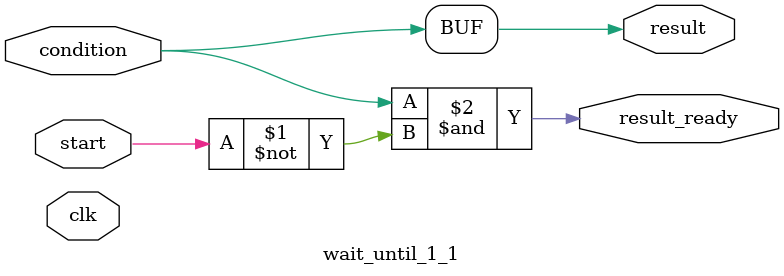
<source format=v>


// This should be used mainly for "timing side effects", as a non-last
// call in seq, for instance: (result is discarded).

module wait_until_1_1(input clk,
                      input start,
                      input condition,
                      output result,
                      output result_ready
                     );

assign result_ready = (condition&(~start));
assign result = condition; // Shouldn't be used, might vacillate.

endmodule

</source>
